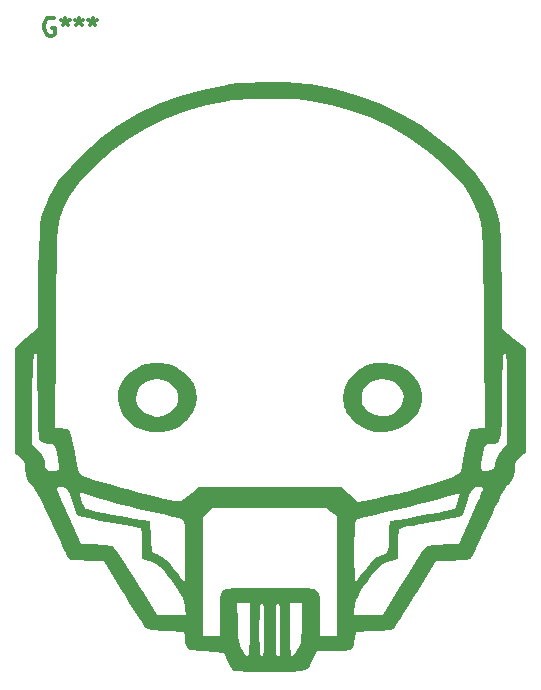
<source format=gbr>
%TF.GenerationSoftware,KiCad,Pcbnew,(6.0.7)*%
%TF.CreationDate,2022-11-23T15:41:05-06:00*%
%TF.ProjectId,LLK,4c4c4b2e-6b69-4636-9164-5f7063625858,rev?*%
%TF.SameCoordinates,Original*%
%TF.FileFunction,Legend,Top*%
%TF.FilePolarity,Positive*%
%FSLAX46Y46*%
G04 Gerber Fmt 4.6, Leading zero omitted, Abs format (unit mm)*
G04 Created by KiCad (PCBNEW (6.0.7)) date 2022-11-23 15:41:05*
%MOMM*%
%LPD*%
G01*
G04 APERTURE LIST*
%ADD10C,0.300000*%
G04 APERTURE END LIST*
D10*
%TO.C,G\u002A\u002A\u002A*%
X132677428Y-72318000D02*
X132532285Y-72245428D01*
X132314571Y-72245428D01*
X132096857Y-72318000D01*
X131951714Y-72463142D01*
X131879142Y-72608285D01*
X131806571Y-72898571D01*
X131806571Y-73116285D01*
X131879142Y-73406571D01*
X131951714Y-73551714D01*
X132096857Y-73696857D01*
X132314571Y-73769428D01*
X132459714Y-73769428D01*
X132677428Y-73696857D01*
X132750000Y-73624285D01*
X132750000Y-73116285D01*
X132459714Y-73116285D01*
X133620857Y-72245428D02*
X133620857Y-72608285D01*
X133258000Y-72463142D02*
X133620857Y-72608285D01*
X133983714Y-72463142D01*
X133403142Y-72898571D02*
X133620857Y-72608285D01*
X133838571Y-72898571D01*
X134782000Y-72245428D02*
X134782000Y-72608285D01*
X134419142Y-72463142D02*
X134782000Y-72608285D01*
X135144857Y-72463142D01*
X134564285Y-72898571D02*
X134782000Y-72608285D01*
X134999714Y-72898571D01*
X135943142Y-72245428D02*
X135943142Y-72608285D01*
X135580285Y-72463142D02*
X135943142Y-72608285D01*
X136306000Y-72463142D01*
X135725428Y-72898571D02*
X135943142Y-72608285D01*
X136160857Y-72898571D01*
G36*
X142349213Y-124190190D02*
G01*
X141739860Y-124163538D01*
X141275928Y-124137011D01*
X140927155Y-124095027D01*
X140663273Y-124022004D01*
X140454018Y-123902358D01*
X140269124Y-123720508D01*
X140078326Y-123460870D01*
X139851359Y-123107864D01*
X139660497Y-122805876D01*
X139369601Y-122344610D01*
X139017743Y-121779612D01*
X138634379Y-121158602D01*
X138248965Y-120529300D01*
X137890958Y-119939426D01*
X137883472Y-119927020D01*
X136869236Y-118245915D01*
X135472401Y-118215284D01*
X134946934Y-118202820D01*
X134568595Y-118188993D01*
X134308153Y-118169095D01*
X134136377Y-118138423D01*
X134024039Y-118092270D01*
X133941908Y-118025931D01*
X133881803Y-117959232D01*
X133793632Y-117819332D01*
X133645890Y-117542378D01*
X133450494Y-117152569D01*
X133219359Y-116674104D01*
X132964400Y-116131183D01*
X132731045Y-115622079D01*
X132326758Y-114734574D01*
X131984600Y-113994865D01*
X131697084Y-113388675D01*
X131456724Y-112901731D01*
X131256036Y-112519755D01*
X131087535Y-112228474D01*
X130981644Y-112070256D01*
X132899403Y-112070256D01*
X132922047Y-112180353D01*
X133009931Y-112429066D01*
X133154276Y-112794905D01*
X133346302Y-113256380D01*
X133577231Y-113792000D01*
X133838281Y-114380274D01*
X133889985Y-114494950D01*
X134928958Y-116793540D01*
X136203016Y-116855835D01*
X136671315Y-116884087D01*
X137086093Y-116919074D01*
X137410743Y-116956972D01*
X137608661Y-116993957D01*
X137641446Y-117006100D01*
X137767928Y-117126553D01*
X137975727Y-117392567D01*
X138259512Y-117796060D01*
X138613952Y-118328954D01*
X139033714Y-118983170D01*
X139513468Y-119750627D01*
X140047883Y-120623245D01*
X140265004Y-120982094D01*
X141367153Y-122809396D01*
X142590101Y-122812129D01*
X143813048Y-122814861D01*
X143777793Y-122261188D01*
X143747085Y-121970873D01*
X143684979Y-121699261D01*
X143577440Y-121417770D01*
X143410432Y-121097816D01*
X143169918Y-120710817D01*
X142841864Y-120228191D01*
X142635236Y-119934483D01*
X142259884Y-119417920D01*
X141949158Y-119028266D01*
X141676105Y-118741682D01*
X141413770Y-118534325D01*
X141135202Y-118382354D01*
X140813447Y-118261927D01*
X140707487Y-118229284D01*
X140088333Y-118044892D01*
X140088333Y-116767039D01*
X140083809Y-116224946D01*
X140069213Y-115840686D01*
X140043008Y-115595911D01*
X140003659Y-115472271D01*
X139978090Y-115449966D01*
X139863278Y-115424498D01*
X139600013Y-115374022D01*
X139213723Y-115303160D01*
X138729839Y-115216533D01*
X138173790Y-115118763D01*
X137776531Y-115049842D01*
X137153992Y-114940156D01*
X136556757Y-114830772D01*
X136017665Y-114728024D01*
X135569556Y-114638244D01*
X135245269Y-114567766D01*
X135135196Y-114540502D01*
X134585178Y-114392065D01*
X134255807Y-113342852D01*
X134119237Y-112929156D01*
X133988451Y-112570718D01*
X133986325Y-112565606D01*
X134860066Y-112565606D01*
X134866750Y-112628403D01*
X134940599Y-112973179D01*
X135051799Y-113316683D01*
X135179998Y-113608056D01*
X135304844Y-113796441D01*
X135347933Y-113830855D01*
X135510019Y-113886398D01*
X135828422Y-113967079D01*
X136285435Y-114069253D01*
X136863351Y-114189274D01*
X137544464Y-114323494D01*
X138311066Y-114468267D01*
X139145451Y-114619946D01*
X139393833Y-114664044D01*
X140771903Y-114907421D01*
X140826993Y-115434495D01*
X140859245Y-115834297D01*
X140879572Y-116260964D01*
X140883054Y-116455750D01*
X140893512Y-116802547D01*
X140919059Y-117133169D01*
X140936899Y-117269620D01*
X140992148Y-117480778D01*
X141104238Y-117601560D01*
X141329383Y-117689457D01*
X141354852Y-117697053D01*
X141662934Y-117805133D01*
X141927703Y-117946182D01*
X142178874Y-118146123D01*
X142446162Y-118430876D01*
X142759281Y-118826364D01*
X142958687Y-119096202D01*
X143240295Y-119481538D01*
X143436089Y-119740405D01*
X143564057Y-119888948D01*
X143642187Y-119943310D01*
X143688466Y-119919636D01*
X143720883Y-119834068D01*
X143732715Y-119790880D01*
X143751243Y-119631734D01*
X143765840Y-119322946D01*
X143776052Y-118891226D01*
X143781424Y-118363288D01*
X143781500Y-117765843D01*
X143776813Y-117202706D01*
X143766496Y-116481582D01*
X143754439Y-115917375D01*
X143739360Y-115490618D01*
X143719977Y-115181840D01*
X143695009Y-114971572D01*
X143663173Y-114840344D01*
X143623189Y-114768686D01*
X143616111Y-114761597D01*
X143484833Y-114700969D01*
X143215372Y-114618239D01*
X142843075Y-114522938D01*
X142403290Y-114424594D01*
X142249097Y-114393042D01*
X141468178Y-114229780D01*
X140625017Y-114040897D01*
X139753353Y-113834934D01*
X138886925Y-113620432D01*
X138059473Y-113405929D01*
X137304734Y-113199967D01*
X136656448Y-113011085D01*
X136159027Y-112851508D01*
X135662715Y-112681726D01*
X135309506Y-112566179D01*
X135076019Y-112500830D01*
X134938872Y-112481643D01*
X134874681Y-112504580D01*
X134860066Y-112565606D01*
X133986325Y-112565606D01*
X133877983Y-112305046D01*
X133802367Y-112169651D01*
X133800421Y-112167624D01*
X133626059Y-112064757D01*
X133385176Y-112000738D01*
X133141043Y-111982403D01*
X132956933Y-112016591D01*
X132899403Y-112070256D01*
X130981644Y-112070256D01*
X130943733Y-112013611D01*
X130817147Y-111860890D01*
X130706165Y-111760477D01*
X130431488Y-111441449D01*
X130264860Y-110991274D01*
X130210555Y-110439508D01*
X130173213Y-110026571D01*
X130043270Y-109725436D01*
X129793854Y-109484217D01*
X129674888Y-109405288D01*
X129328611Y-109191277D01*
X129329716Y-108402441D01*
X130827917Y-108402441D01*
X131231865Y-108795630D01*
X131564870Y-109152469D01*
X131769060Y-109463123D01*
X131867639Y-109770866D01*
X131886250Y-110015987D01*
X131922005Y-110292891D01*
X132012801Y-110492236D01*
X132024841Y-110505436D01*
X132205221Y-110593103D01*
X132479221Y-110638147D01*
X132768149Y-110635650D01*
X132993315Y-110580696D01*
X133017029Y-110567433D01*
X133066739Y-110503621D01*
X133083465Y-110374467D01*
X133066136Y-110148146D01*
X133013684Y-109792831D01*
X132985270Y-109622944D01*
X132900703Y-109137383D01*
X132829946Y-108797754D01*
X132757225Y-108576101D01*
X132666766Y-108444467D01*
X132542796Y-108374893D01*
X132369540Y-108339423D01*
X132252938Y-108324962D01*
X131796757Y-108226487D01*
X131496341Y-108058722D01*
X131386089Y-107911897D01*
X131371214Y-107796777D01*
X131355156Y-107524858D01*
X131338510Y-107115722D01*
X131335741Y-107028055D01*
X132756794Y-107028055D01*
X133269612Y-107029406D01*
X133566464Y-107040999D01*
X133796805Y-107069517D01*
X133887156Y-107097347D01*
X133968423Y-107177858D01*
X134045359Y-107324964D01*
X134124003Y-107560012D01*
X134210389Y-107904350D01*
X134310555Y-108379325D01*
X134430537Y-109006286D01*
X134437399Y-109043274D01*
X134552742Y-109653219D01*
X134647575Y-110113435D01*
X134730296Y-110448197D01*
X134809306Y-110681778D01*
X134893005Y-110838453D01*
X134989794Y-110942496D01*
X135108072Y-111018182D01*
X135123607Y-111026255D01*
X135393178Y-111141818D01*
X135804986Y-111289175D01*
X136335228Y-111461908D01*
X136960104Y-111653598D01*
X137655811Y-111857825D01*
X138398548Y-112068170D01*
X139164514Y-112278214D01*
X139929906Y-112481538D01*
X140670924Y-112671724D01*
X141363765Y-112842351D01*
X141984629Y-112987001D01*
X142509713Y-113099255D01*
X142915216Y-113172694D01*
X143177336Y-113200898D01*
X143187485Y-113201011D01*
X143379806Y-113145540D01*
X143658295Y-112997307D01*
X143980941Y-112784724D01*
X144305734Y-112536200D01*
X144590660Y-112280147D01*
X144667769Y-112199938D01*
X144881580Y-111966944D01*
X156921615Y-111966944D01*
X157670926Y-112620268D01*
X158420238Y-113273592D01*
X159815570Y-112980759D01*
X160424757Y-112849052D01*
X161101167Y-112696540D01*
X161769328Y-112540590D01*
X162353770Y-112398571D01*
X162445625Y-112375481D01*
X163234257Y-112166941D01*
X164018747Y-111942934D01*
X164766553Y-111713853D01*
X165445135Y-111490093D01*
X166021950Y-111282048D01*
X166464457Y-111100113D01*
X166522109Y-111073416D01*
X166719541Y-110980331D01*
X166870993Y-110896772D01*
X166987090Y-110798379D01*
X167078457Y-110660796D01*
X167155718Y-110459663D01*
X167184459Y-110347070D01*
X168818794Y-110347070D01*
X168873997Y-110531117D01*
X169005768Y-110615726D01*
X169224776Y-110624643D01*
X169355708Y-110610141D01*
X169629632Y-110545470D01*
X169831779Y-110447975D01*
X169876007Y-110406124D01*
X169968629Y-110218867D01*
X169986742Y-110120053D01*
X170069663Y-109680110D01*
X170304971Y-109218916D01*
X170611525Y-108835922D01*
X171044583Y-108378026D01*
X171044091Y-104814673D01*
X171041979Y-103795736D01*
X171035414Y-102941863D01*
X171023597Y-102241767D01*
X171005730Y-101684162D01*
X170981014Y-101257759D01*
X170948651Y-100951273D01*
X170907840Y-100753416D01*
X170857784Y-100652901D01*
X170797684Y-100638441D01*
X170750886Y-100671787D01*
X170721184Y-100762577D01*
X170694822Y-100977787D01*
X170671433Y-101326065D01*
X170650652Y-101816059D01*
X170632113Y-102456417D01*
X170615448Y-103255787D01*
X170600294Y-104222818D01*
X170600165Y-104232188D01*
X170586626Y-105190393D01*
X170572292Y-105987130D01*
X170553520Y-106637294D01*
X170526666Y-107155783D01*
X170488088Y-107557492D01*
X170434141Y-107857320D01*
X170361184Y-108070161D01*
X170265572Y-108210914D01*
X170143662Y-108294475D01*
X169991812Y-108335741D01*
X169806378Y-108349608D01*
X169592862Y-108350972D01*
X169397247Y-108362986D01*
X169253451Y-108416741D01*
X169146466Y-108538809D01*
X169061281Y-108755760D01*
X168982888Y-109094167D01*
X168896278Y-109580601D01*
X168895422Y-109585694D01*
X168829492Y-110039844D01*
X168818794Y-110347070D01*
X167184459Y-110347070D01*
X167229500Y-110170624D01*
X167310427Y-109769320D01*
X167409125Y-109231394D01*
X167468355Y-108904151D01*
X167583187Y-108293013D01*
X167679729Y-107834443D01*
X167764305Y-107506345D01*
X167843235Y-107286623D01*
X167922842Y-107153182D01*
X167985344Y-107097347D01*
X168125875Y-107060937D01*
X168379936Y-107036188D01*
X168607227Y-107029406D01*
X169124384Y-107028055D01*
X169064032Y-99333090D01*
X169052060Y-97830671D01*
X169040671Y-96493517D01*
X169029277Y-95310508D01*
X169017289Y-94270525D01*
X169004120Y-93362446D01*
X168989180Y-92575153D01*
X168971880Y-91897525D01*
X168951634Y-91318443D01*
X168927851Y-90826786D01*
X168899943Y-90411435D01*
X168867323Y-90061269D01*
X168829400Y-89765169D01*
X168785588Y-89512015D01*
X168735296Y-89290686D01*
X168677938Y-89090064D01*
X168612923Y-88899027D01*
X168539665Y-88706457D01*
X168495780Y-88596195D01*
X168168500Y-87863520D01*
X167791721Y-87193271D01*
X167333365Y-86534988D01*
X166761355Y-85838206D01*
X166693471Y-85760843D01*
X165508657Y-84547205D01*
X164187772Y-83431801D01*
X162746436Y-82422852D01*
X161200270Y-81528579D01*
X159564896Y-80757202D01*
X157855934Y-80116941D01*
X156089005Y-79616018D01*
X154372689Y-79276961D01*
X153827738Y-79212352D01*
X153144825Y-79163241D01*
X152361605Y-79129629D01*
X151515732Y-79111518D01*
X150644864Y-79108912D01*
X149786655Y-79121811D01*
X148978761Y-79150218D01*
X148258838Y-79194135D01*
X147664540Y-79253564D01*
X147502439Y-79276575D01*
X145643429Y-79650860D01*
X143827248Y-80183090D01*
X142070549Y-80865680D01*
X140389985Y-81691046D01*
X138802207Y-82651601D01*
X137323868Y-83739761D01*
X136869236Y-84120065D01*
X135929882Y-84976959D01*
X135140217Y-85801945D01*
X134482490Y-86618582D01*
X133938950Y-87450428D01*
X133491845Y-88321041D01*
X133235861Y-88941846D01*
X133179908Y-89104664D01*
X133129845Y-89286472D01*
X133085248Y-89497849D01*
X133045695Y-89749371D01*
X133010764Y-90051617D01*
X132980033Y-90415164D01*
X132953080Y-90850590D01*
X132929483Y-91368472D01*
X132908818Y-91979388D01*
X132890664Y-92693915D01*
X132874600Y-93522631D01*
X132860201Y-94476114D01*
X132847047Y-95564941D01*
X132834716Y-96799690D01*
X132822784Y-98190939D01*
X132812275Y-99553576D01*
X132756794Y-107028055D01*
X131335741Y-107028055D01*
X131321874Y-106588949D01*
X131305843Y-105964121D01*
X131291013Y-105260820D01*
X131277981Y-104498626D01*
X131274143Y-104235111D01*
X131261785Y-103460915D01*
X131247279Y-102741872D01*
X131231237Y-102097076D01*
X131214269Y-101545621D01*
X131196988Y-101106603D01*
X131180003Y-100799115D01*
X131163927Y-100642253D01*
X131158646Y-100626488D01*
X131084641Y-100582895D01*
X131022043Y-100619116D01*
X130970001Y-100746123D01*
X130927667Y-100974883D01*
X130894191Y-101316365D01*
X130868725Y-101781538D01*
X130850418Y-102381372D01*
X130838422Y-103126834D01*
X130831887Y-104028895D01*
X130830021Y-104870977D01*
X130827917Y-108402441D01*
X129329716Y-108402441D01*
X129334916Y-104692131D01*
X129341220Y-100192986D01*
X130305054Y-99373033D01*
X131268889Y-98553081D01*
X131271837Y-96815395D01*
X131277229Y-95923442D01*
X131289886Y-95006424D01*
X131308972Y-94085469D01*
X131333652Y-93181705D01*
X131363088Y-92316260D01*
X131396445Y-91510262D01*
X131432887Y-90784838D01*
X131471577Y-90161117D01*
X131511680Y-89660227D01*
X131552358Y-89303296D01*
X131574063Y-89178802D01*
X131717788Y-88688796D01*
X131948517Y-88105519D01*
X132243997Y-87474178D01*
X132581975Y-86839976D01*
X132940197Y-86248121D01*
X133207151Y-85861389D01*
X133580315Y-85395127D01*
X134057191Y-84857381D01*
X134601887Y-84284481D01*
X135178512Y-83712754D01*
X135751173Y-83178530D01*
X136283977Y-82718137D01*
X136425162Y-82604213D01*
X138018752Y-81450584D01*
X139694057Y-80449237D01*
X141455256Y-79598392D01*
X143306530Y-78896268D01*
X145252058Y-78341084D01*
X147296019Y-77931060D01*
X147452569Y-77906240D01*
X148254631Y-77808876D01*
X149183882Y-77741918D01*
X150193769Y-77705349D01*
X151237736Y-77699152D01*
X152269227Y-77723311D01*
X153241688Y-77777808D01*
X154108563Y-77862626D01*
X154439598Y-77908778D01*
X156489985Y-78308139D01*
X158447232Y-78854390D01*
X160309035Y-79546372D01*
X162073090Y-80382923D01*
X163737093Y-81362883D01*
X165298740Y-82485091D01*
X166755729Y-83748388D01*
X167494934Y-84485433D01*
X168404511Y-85528076D01*
X169152485Y-86581505D01*
X169735514Y-87639460D01*
X170150257Y-88695683D01*
X170393372Y-89743913D01*
X170423201Y-89970256D01*
X170442978Y-90221141D01*
X170464005Y-90625794D01*
X170485567Y-91161607D01*
X170506952Y-91805970D01*
X170527444Y-92536272D01*
X170546331Y-93329906D01*
X170562898Y-94164261D01*
X170571146Y-94656832D01*
X170632211Y-98578811D01*
X171632147Y-99416876D01*
X172632083Y-100254942D01*
X172632083Y-109057694D01*
X172433646Y-109224473D01*
X172223853Y-109400582D01*
X171990834Y-109595911D01*
X171983469Y-109602080D01*
X171855493Y-109726500D01*
X171771825Y-109870577D01*
X171716226Y-110081333D01*
X171672458Y-110405791D01*
X171657961Y-110544661D01*
X171582105Y-111057873D01*
X171467371Y-111423315D01*
X171302789Y-111667384D01*
X171142338Y-111785439D01*
X171054574Y-111849114D01*
X170956119Y-111958785D01*
X170839441Y-112128779D01*
X170697009Y-112373423D01*
X170521292Y-112707044D01*
X170304757Y-113143969D01*
X170039873Y-113698525D01*
X169719110Y-114385038D01*
X169334934Y-115217837D01*
X169313937Y-115263549D01*
X169020038Y-115896964D01*
X168741612Y-116484712D01*
X168489015Y-117005867D01*
X168272606Y-117439504D01*
X168102742Y-117764697D01*
X167989780Y-117960519D01*
X167957751Y-118003501D01*
X167873110Y-118073150D01*
X167760301Y-118124257D01*
X167590201Y-118161011D01*
X167333685Y-118187600D01*
X166961626Y-118208210D01*
X166444899Y-118227032D01*
X166391284Y-118228750D01*
X165005857Y-118272847D01*
X163813935Y-120222188D01*
X163451293Y-120813388D01*
X163081592Y-121412725D01*
X162726341Y-121985574D01*
X162407048Y-122497309D01*
X162145222Y-122913305D01*
X162026755Y-123099275D01*
X161818120Y-123427230D01*
X161650408Y-123675792D01*
X161495512Y-123857001D01*
X161325327Y-123982894D01*
X161111746Y-124065509D01*
X160826662Y-124116886D01*
X160441970Y-124149061D01*
X159929562Y-124174074D01*
X159470377Y-124194197D01*
X158191241Y-124252319D01*
X158138984Y-124811922D01*
X158097049Y-125135406D01*
X158041218Y-125407236D01*
X157994132Y-125544542D01*
X157868211Y-125679494D01*
X157642792Y-125779181D01*
X157299570Y-125847033D01*
X156820243Y-125886479D01*
X156186507Y-125900949D01*
X156090563Y-125901175D01*
X154938973Y-125901667D01*
X154571355Y-126591610D01*
X154422092Y-126877277D01*
X154297933Y-127104811D01*
X154177686Y-127280869D01*
X154040157Y-127412110D01*
X153864155Y-127505191D01*
X153628486Y-127566769D01*
X153311957Y-127603504D01*
X152893377Y-127622052D01*
X152351551Y-127629072D01*
X151665288Y-127631222D01*
X151257868Y-127632566D01*
X150577723Y-127633554D01*
X149934121Y-127630826D01*
X149354202Y-127624780D01*
X148865103Y-127615814D01*
X148493964Y-127604324D01*
X148267924Y-127590709D01*
X148247898Y-127588468D01*
X147808505Y-127533264D01*
X147411008Y-126770469D01*
X147013512Y-126007674D01*
X146174707Y-125953079D01*
X145473908Y-125906729D01*
X144928593Y-125863795D01*
X144518306Y-125815095D01*
X144222593Y-125751448D01*
X144020998Y-125663672D01*
X143893067Y-125542586D01*
X143818345Y-125379008D01*
X143776377Y-125163758D01*
X143746707Y-124887655D01*
X143744200Y-124862135D01*
X143716276Y-124578750D01*
X145291805Y-124578750D01*
X146692829Y-124578750D01*
X146719921Y-122773016D01*
X146729832Y-122163962D01*
X146737388Y-121844722D01*
X148185089Y-121844722D01*
X148222758Y-123410173D01*
X148244823Y-124085799D01*
X148278841Y-124615625D01*
X148331320Y-125030157D01*
X148408767Y-125359899D01*
X148517686Y-125635357D01*
X148664586Y-125887035D01*
X148787395Y-126057411D01*
X148907897Y-126203108D01*
X149003789Y-126279881D01*
X149078188Y-126273696D01*
X149134210Y-126170523D01*
X149174974Y-125956328D01*
X149203597Y-125617080D01*
X149223196Y-125138747D01*
X149236888Y-124507295D01*
X149242951Y-124086840D01*
X150054305Y-124086840D01*
X150057408Y-124812136D01*
X150067136Y-125373996D01*
X150084123Y-125785271D01*
X150109001Y-126058812D01*
X150142402Y-126207470D01*
X150160139Y-126236805D01*
X150247568Y-126301224D01*
X150316111Y-126289106D01*
X150367910Y-126185143D01*
X150405105Y-125974029D01*
X150429835Y-125640457D01*
X150444243Y-125169120D01*
X150450467Y-124544709D01*
X150451181Y-124155456D01*
X150450810Y-124031913D01*
X151421319Y-124031913D01*
X151424026Y-124616221D01*
X151431608Y-125147091D01*
X151443261Y-125597130D01*
X151458180Y-125938946D01*
X151475560Y-126145146D01*
X151484697Y-126188298D01*
X151591820Y-126327212D01*
X151706779Y-126300982D01*
X151764661Y-126203134D01*
X151785192Y-126061530D01*
X151800457Y-125778416D01*
X151810690Y-125384644D01*
X151816125Y-124911067D01*
X151816996Y-124388538D01*
X151813537Y-123847910D01*
X151805980Y-123320034D01*
X151794561Y-122835763D01*
X151779511Y-122425950D01*
X151761066Y-122121448D01*
X151739459Y-121953108D01*
X151732322Y-121933654D01*
X151640996Y-121849467D01*
X151535235Y-121915983D01*
X151495961Y-122000311D01*
X151466057Y-122176390D01*
X151444583Y-122461640D01*
X151430602Y-122873481D01*
X151423177Y-123429332D01*
X151421319Y-124031913D01*
X150450810Y-124031913D01*
X150449013Y-123433299D01*
X150441214Y-122871227D01*
X150425840Y-122452972D01*
X150400944Y-122162269D01*
X150364582Y-121982851D01*
X150314810Y-121898452D01*
X150249683Y-121892806D01*
X150185554Y-121933783D01*
X150142556Y-121995237D01*
X150109764Y-122112964D01*
X150085906Y-122307823D01*
X150069712Y-122600676D01*
X150059908Y-123012383D01*
X150055224Y-123563804D01*
X150054305Y-124086840D01*
X149242951Y-124086840D01*
X149244185Y-124001239D01*
X149271912Y-121844722D01*
X152600588Y-121844722D01*
X152628315Y-123983437D01*
X152639055Y-124584717D01*
X152654403Y-125130319D01*
X152673179Y-125594491D01*
X152694205Y-125951476D01*
X152716303Y-126175520D01*
X152731492Y-126239028D01*
X152839128Y-126281266D01*
X152992908Y-126182825D01*
X153171579Y-125966030D01*
X153353886Y-125653208D01*
X153417753Y-125518163D01*
X153491311Y-125338294D01*
X153545919Y-125155258D01*
X153585188Y-124937491D01*
X153612728Y-124653428D01*
X153632147Y-124271504D01*
X153647056Y-123760155D01*
X153653778Y-123454271D01*
X153687101Y-121844722D01*
X152600588Y-121844722D01*
X149271912Y-121844722D01*
X148185089Y-121844722D01*
X146737388Y-121844722D01*
X146740667Y-121706176D01*
X146755278Y-121374548D01*
X146776518Y-121143968D01*
X146807239Y-120989326D01*
X146850291Y-120885511D01*
X146908527Y-120807413D01*
X146947793Y-120766593D01*
X147002828Y-120714496D01*
X147065056Y-120672134D01*
X147152324Y-120638317D01*
X147282482Y-120611852D01*
X147473377Y-120591546D01*
X147742858Y-120576209D01*
X148108773Y-120564647D01*
X148588970Y-120555670D01*
X149201298Y-120548085D01*
X149963605Y-120540699D01*
X150387377Y-120536881D01*
X151375654Y-120529265D01*
X152203235Y-120526341D01*
X152885773Y-120529128D01*
X153438922Y-120538647D01*
X153878337Y-120555916D01*
X154219670Y-120581957D01*
X154478577Y-120617787D01*
X154670710Y-120664427D01*
X154811724Y-120722896D01*
X154917273Y-120794215D01*
X154961448Y-120834820D01*
X155032099Y-120910700D01*
X155084628Y-120994121D01*
X155121720Y-121110568D01*
X155146059Y-121285529D01*
X155160331Y-121544490D01*
X155167219Y-121912938D01*
X155169408Y-122416358D01*
X155169583Y-122810852D01*
X155169583Y-124578750D01*
X156580694Y-124578750D01*
X156580679Y-122814861D01*
X158055850Y-122814861D01*
X159280599Y-122811355D01*
X160505347Y-122807849D01*
X161519583Y-121122423D01*
X162029373Y-120282739D01*
X162506446Y-119511602D01*
X162942799Y-118821166D01*
X163330430Y-118223587D01*
X163661338Y-117731021D01*
X163927521Y-117355622D01*
X164120975Y-117109546D01*
X164228546Y-117007442D01*
X164373740Y-116971279D01*
X164658606Y-116932946D01*
X165046528Y-116896280D01*
X165500893Y-116865118D01*
X165673707Y-116855985D01*
X166951988Y-116793839D01*
X167988200Y-114498911D01*
X168253430Y-113903365D01*
X168490097Y-113356232D01*
X168689433Y-112879070D01*
X168842669Y-112493436D01*
X168941036Y-112220887D01*
X168975764Y-112082982D01*
X168974559Y-112074066D01*
X168858391Y-111988192D01*
X168645816Y-111975708D01*
X168395608Y-112026148D01*
X168166540Y-112129047D01*
X168039089Y-112240652D01*
X167953000Y-112405363D01*
X167837449Y-112695241D01*
X167709361Y-113065273D01*
X167615906Y-113366102D01*
X167498327Y-113749232D01*
X167391822Y-114069392D01*
X167309553Y-114288569D01*
X167269767Y-114365927D01*
X167141129Y-114423985D01*
X166857867Y-114505719D01*
X166439526Y-114606908D01*
X165905651Y-114723327D01*
X165275785Y-114850753D01*
X164569474Y-114984963D01*
X163806262Y-115121733D01*
X163634993Y-115151346D01*
X163049979Y-115253113D01*
X162615310Y-115333350D01*
X162307215Y-115398753D01*
X162101924Y-115456022D01*
X161975666Y-115511853D01*
X161904670Y-115572944D01*
X161865166Y-115645994D01*
X161863427Y-115650513D01*
X161832672Y-115817525D01*
X161807480Y-116118290D01*
X161790447Y-116510198D01*
X161784167Y-116950637D01*
X161784167Y-118044892D01*
X161165013Y-118229284D01*
X160823548Y-118345875D01*
X160533491Y-118487553D01*
X160267820Y-118678261D01*
X159999518Y-118941942D01*
X159701564Y-119302540D01*
X159346939Y-119783999D01*
X159239594Y-119935513D01*
X158861655Y-120481707D01*
X158578674Y-120918712D01*
X158376318Y-121275785D01*
X158240251Y-121582188D01*
X158156139Y-121867179D01*
X158109649Y-122160018D01*
X158100305Y-122261052D01*
X158055850Y-122814861D01*
X156580679Y-122814861D01*
X156580638Y-118054052D01*
X158086469Y-118054052D01*
X158091970Y-118600779D01*
X158102796Y-119056115D01*
X158118511Y-119382503D01*
X158123378Y-119441977D01*
X158184494Y-120094179D01*
X158845921Y-119183513D01*
X159119461Y-118816434D01*
X159378739Y-118485440D01*
X159594931Y-118226278D01*
X159739212Y-118074698D01*
X159741764Y-118072497D01*
X159966909Y-117928870D01*
X160272580Y-117791495D01*
X160428825Y-117738526D01*
X160682480Y-117646407D01*
X160846385Y-117525258D01*
X160939620Y-117337877D01*
X160981264Y-117047064D01*
X160990417Y-116643532D01*
X160998286Y-116338143D01*
X161018874Y-115944511D01*
X161046430Y-115564257D01*
X161102443Y-114901623D01*
X162479589Y-114659385D01*
X163498121Y-114476925D01*
X164386728Y-114310894D01*
X165137917Y-114162874D01*
X165744195Y-114034450D01*
X166198066Y-113927205D01*
X166492039Y-113842723D01*
X166616202Y-113785168D01*
X166700276Y-113645607D01*
X166805384Y-113393952D01*
X166894748Y-113128982D01*
X167059663Y-112584305D01*
X166855036Y-112584305D01*
X166693316Y-112608929D01*
X166404162Y-112675978D01*
X166028486Y-112775218D01*
X165607201Y-112896414D01*
X165606351Y-112896668D01*
X165016297Y-113067081D01*
X164317213Y-113259030D01*
X163544802Y-113463569D01*
X162734766Y-113671754D01*
X161922808Y-113874637D01*
X161144630Y-114063274D01*
X160435934Y-114228719D01*
X159832423Y-114362026D01*
X159447014Y-114439962D01*
X159025283Y-114527338D01*
X158660121Y-114617189D01*
X158390700Y-114698927D01*
X158256389Y-114761782D01*
X158211358Y-114832134D01*
X158176010Y-114964443D01*
X158148689Y-115179796D01*
X158127733Y-115499281D01*
X158111486Y-115943988D01*
X158098287Y-116535003D01*
X158093180Y-116836647D01*
X158086727Y-117453489D01*
X158086469Y-118054052D01*
X156580638Y-118054052D01*
X156580608Y-114480486D01*
X156145359Y-114105660D01*
X155710111Y-113730833D01*
X146129653Y-113737837D01*
X145291805Y-114509133D01*
X145291805Y-124578750D01*
X143716276Y-124578750D01*
X143684052Y-124251727D01*
X142349213Y-124190190D01*
G37*
G36*
X157344765Y-103333680D02*
G01*
X157616686Y-102877697D01*
X157978221Y-102469455D01*
X158547260Y-102014438D01*
X159185493Y-101699197D01*
X159867802Y-101520232D01*
X160569072Y-101474042D01*
X161264186Y-101557127D01*
X161928028Y-101765989D01*
X162535482Y-102097125D01*
X163061431Y-102547037D01*
X163480759Y-103112225D01*
X163553508Y-103246381D01*
X163709487Y-103688978D01*
X163790820Y-104215825D01*
X163790360Y-104748208D01*
X163724645Y-105131159D01*
X163471328Y-105722600D01*
X163077060Y-106243904D01*
X162567766Y-106682071D01*
X161969373Y-107024102D01*
X161307807Y-107256997D01*
X160608994Y-107367757D01*
X159898861Y-107343384D01*
X159480512Y-107259130D01*
X158893918Y-107021285D01*
X158325830Y-106645112D01*
X157820201Y-106166828D01*
X157420982Y-105622651D01*
X157358609Y-105510675D01*
X157246828Y-105254211D01*
X157184142Y-104974249D01*
X157158722Y-104607372D01*
X157156352Y-104426319D01*
X158697361Y-104426319D01*
X158770071Y-104920417D01*
X158991720Y-105329761D01*
X159367586Y-105661278D01*
X159809605Y-105885983D01*
X160348910Y-106014667D01*
X160889493Y-105967369D01*
X161332382Y-105798849D01*
X161777300Y-105490615D01*
X162077863Y-105112789D01*
X162237054Y-104692759D01*
X162257854Y-104257911D01*
X162143246Y-103835631D01*
X161896213Y-103453307D01*
X161519736Y-103138324D01*
X161018728Y-102918630D01*
X160472487Y-102834835D01*
X159956805Y-102893936D01*
X159497193Y-103079366D01*
X159119159Y-103374557D01*
X158848214Y-103762942D01*
X158709867Y-104227951D01*
X158697361Y-104426319D01*
X157156352Y-104426319D01*
X157198665Y-103832400D01*
X157344765Y-103333680D01*
G37*
G36*
X138306900Y-103244751D02*
G01*
X138659841Y-102692818D01*
X139165639Y-102217967D01*
X139819216Y-101828075D01*
X139840472Y-101818046D01*
X140145312Y-101680755D01*
X140390945Y-101592816D01*
X140634187Y-101543312D01*
X140931852Y-101521330D01*
X141340755Y-101515952D01*
X141413104Y-101515903D01*
X141840374Y-101519481D01*
X142146426Y-101537426D01*
X142386395Y-101580555D01*
X142615416Y-101659686D01*
X142888624Y-101785636D01*
X142955802Y-101818568D01*
X143602020Y-102217214D01*
X144109161Y-102696840D01*
X144473656Y-103238319D01*
X144691936Y-103822525D01*
X144760435Y-104430333D01*
X144675583Y-105042615D01*
X144433814Y-105640246D01*
X144031557Y-106204099D01*
X143815167Y-106425055D01*
X143538529Y-106664642D01*
X143261365Y-106874092D01*
X143078760Y-106988262D01*
X142412833Y-107240546D01*
X141676602Y-107358446D01*
X140919814Y-107336810D01*
X140485208Y-107256855D01*
X139987401Y-107098212D01*
X139558358Y-106871090D01*
X139130465Y-106537434D01*
X139007333Y-106425055D01*
X138539576Y-105889263D01*
X138236498Y-105304464D01*
X138089100Y-104652444D01*
X138079907Y-104548360D01*
X138081928Y-104505235D01*
X139606637Y-104505235D01*
X139720284Y-104945052D01*
X139975368Y-105346060D01*
X140361329Y-105684054D01*
X140860836Y-105932422D01*
X141182094Y-106025582D01*
X141461914Y-106041736D01*
X141772407Y-105977789D01*
X142053143Y-105881273D01*
X142556864Y-105615113D01*
X142937460Y-105247650D01*
X143076168Y-105027430D01*
X143147652Y-104771383D01*
X143171830Y-104429926D01*
X143148688Y-104087581D01*
X143078213Y-103828869D01*
X143076362Y-103825209D01*
X142769122Y-103400035D01*
X142364395Y-103091577D01*
X141895010Y-102902062D01*
X141393794Y-102833717D01*
X140893576Y-102888771D01*
X140427185Y-103069450D01*
X140027448Y-103377983D01*
X139845897Y-103606001D01*
X139644988Y-104050816D01*
X139606637Y-104505235D01*
X138081928Y-104505235D01*
X138111896Y-103865891D01*
X138306900Y-103244751D01*
G37*
%TD*%
M02*

</source>
